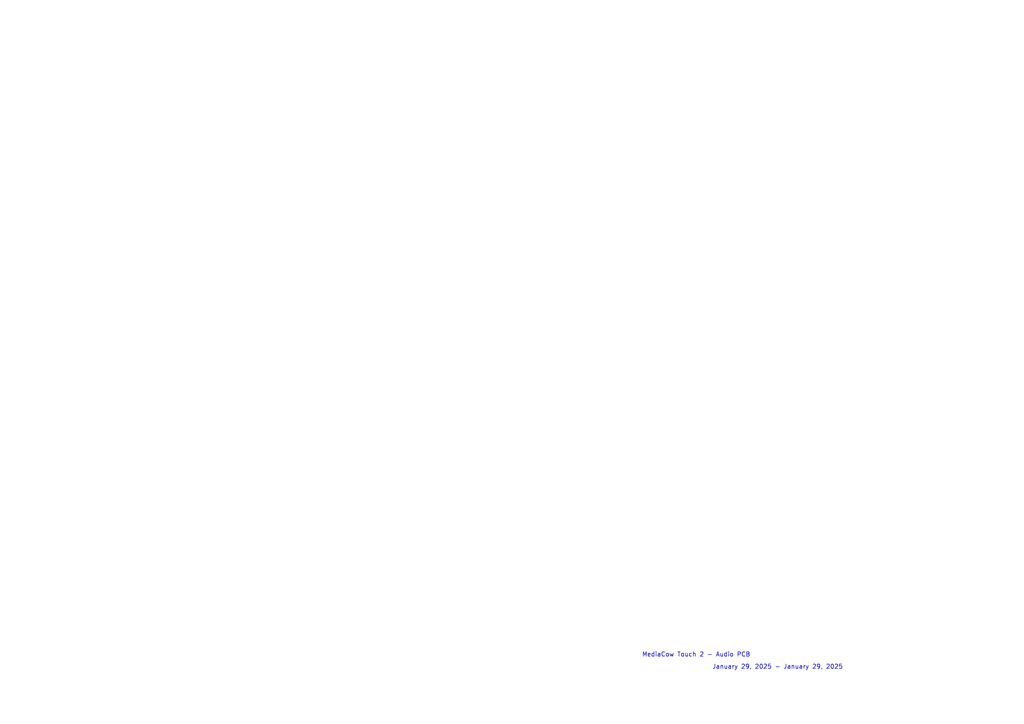
<source format=kicad_sch>
(kicad_sch
	(version 20231120)
	(generator "eeschema")
	(generator_version "8.0")
	(uuid "a3cdd425-c287-4659-b07f-0586e0fd9d81")
	(paper "A4")
	(lib_symbols)
	(text "MediaCow Touch 2 - Audio PCB"
		(exclude_from_sim no)
		(at 201.93 189.992 0)
		(effects
			(font
				(size 1.27 1.27)
			)
		)
		(uuid "227873b9-f80a-43fa-9b6b-d62db6f52d35")
	)
	(text "January 29, 2025 - January 29, 2025"
		(exclude_from_sim no)
		(at 225.552 193.548 0)
		(effects
			(font
				(size 1.27 1.27)
			)
		)
		(uuid "7d1a4d25-3631-4596-a90d-2fea8c56d320")
	)
	(sheet_instances
		(path "/"
			(page "1")
		)
	)
)

</source>
